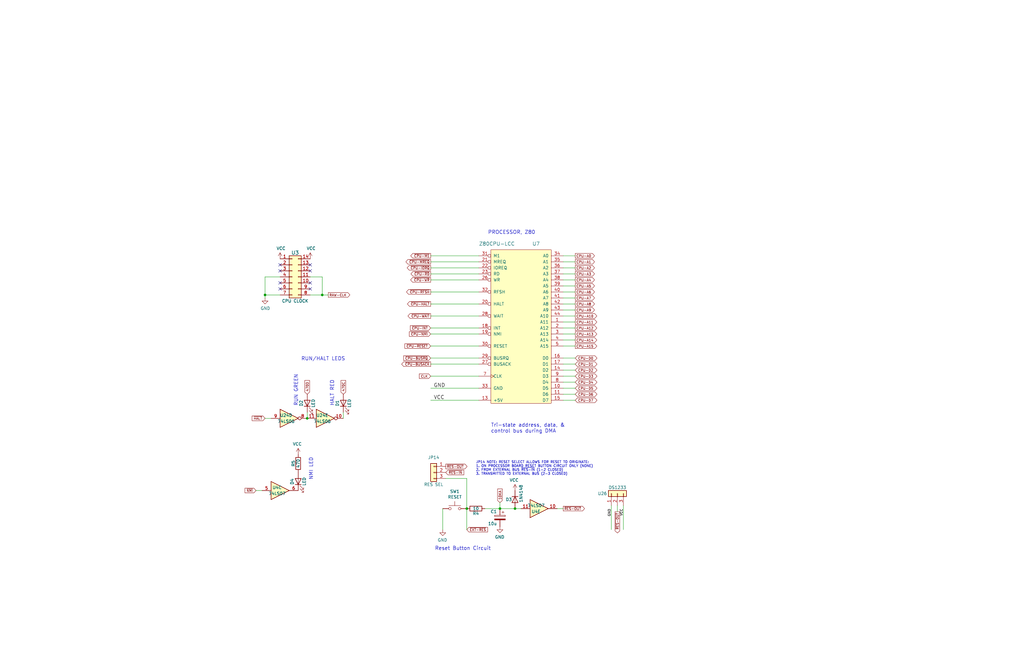
<source format=kicad_sch>
(kicad_sch (version 20211123) (generator eeschema)
  (paper "B")
  (lib_symbols
    (symbol "74xx:74LS06" (pin_names (offset 1.016))
      (property "Reference" "U" (at 0 1.27 0))
      (property "Value" "74LS06" (at 0 -1.27 0))
      (symbol "74LS06_1_0"
        (polyline (pts (xy -3.81 3.81) (xy -3.81 -3.81) (xy 3.81 0) (xy -3.81 3.81)) (stroke (width 0.254)) (fill (type background)))
        (pin input line (at -7.62 0 0) (length 3.81) (name "~") (number "1"))
        (pin open_collector inverted (at 7.62 0 180) (length 3.81) (name "~") (number "2"))
      )
      (symbol "74LS06_2_0"
        (polyline (pts (xy -3.81 3.81) (xy -3.81 -3.81) (xy 3.81 0) (xy -3.81 3.81)) (stroke (width 0.254)) (fill (type background)))
        (pin input line (at -7.62 0 0) (length 3.81) (name "~") (number "3"))
        (pin open_collector inverted (at 7.62 0 180) (length 3.81) (name "~") (number "4"))
      )
      (symbol "74LS06_3_0"
        (polyline (pts (xy -3.81 3.81) (xy -3.81 -3.81) (xy 3.81 0) (xy -3.81 3.81)) (stroke (width 0.254)) (fill (type background)))
        (pin input line (at -7.62 0 0) (length 3.81) (name "~") (number "5"))
        (pin open_collector inverted (at 7.62 0 180) (length 3.81) (name "~") (number "6"))
      )
      (symbol "74LS06_4_0"
        (polyline (pts (xy -3.81 3.81) (xy -3.81 -3.81) (xy 3.81 0) (xy -3.81 3.81)) (stroke (width 0.254)) (fill (type background)))
        (pin open_collector inverted (at 7.62 0 180) (length 3.81) (name "~") (number "8"))
        (pin input line (at -7.62 0 0) (length 3.81) (name "~") (number "9"))
      )
      (symbol "74LS06_5_0"
        (polyline (pts (xy -3.81 3.81) (xy -3.81 -3.81) (xy 3.81 0) (xy -3.81 3.81)) (stroke (width 0.254)) (fill (type background)))
        (pin open_collector inverted (at 7.62 0 180) (length 3.81) (name "~") (number "10"))
        (pin input line (at -7.62 0 0) (length 3.81) (name "~") (number "11"))
      )
      (symbol "74LS06_6_0"
        (polyline (pts (xy -3.81 3.81) (xy -3.81 -3.81) (xy 3.81 0) (xy -3.81 3.81)) (stroke (width 0.254)) (fill (type background)))
        (pin open_collector inverted (at 7.62 0 180) (length 3.81) (name "~") (number "12"))
        (pin input line (at -7.62 0 0) (length 3.81) (name "~") (number "13"))
      )
      (symbol "74LS06_7_0"
        (pin power_in line (at 0 12.7 270) (length 5.08) (name "VCC") (number "14"))
        (pin power_in line (at 0 -12.7 90) (length 5.08) (name "GND") (number "7"))
      )
      (symbol "74LS06_7_1"
        (rectangle (start -5.08 7.62) (end 5.08 -7.62) (stroke (width 0.254)) (fill (type background)))
      )
    )
    (symbol "74xx:74LS07" (pin_names (offset 1.016))
      (property "Reference" "U" (at 0 1.27 0))
      (property "Value" "74LS07" (at 0 -1.27 0))
      (symbol "74LS07_1_0"
        (polyline (pts (xy -3.81 3.81) (xy -3.81 -3.81) (xy 3.81 0) (xy -3.81 3.81)) (stroke (width 0.254)) (fill (type background)))
        (pin input line (at -7.62 0 0) (length 3.81) (name "~") (number "1"))
        (pin open_collector line (at 7.62 0 180) (length 3.81) (name "~") (number "2"))
      )
      (symbol "74LS07_2_0"
        (polyline (pts (xy -3.81 3.81) (xy -3.81 -3.81) (xy 3.81 0) (xy -3.81 3.81)) (stroke (width 0.254)) (fill (type background)))
        (pin input line (at -7.62 0 0) (length 3.81) (name "~") (number "3"))
        (pin open_collector line (at 7.62 0 180) (length 3.81) (name "~") (number "4"))
      )
      (symbol "74LS07_3_0"
        (polyline (pts (xy -3.81 3.81) (xy -3.81 -3.81) (xy 3.81 0) (xy -3.81 3.81)) (stroke (width 0.254)) (fill (type background)))
        (pin input line (at -7.62 0 0) (length 3.81) (name "~") (number "5"))
        (pin open_collector line (at 7.62 0 180) (length 3.81) (name "~") (number "6"))
      )
      (symbol "74LS07_4_0"
        (polyline (pts (xy -3.81 3.81) (xy -3.81 -3.81) (xy 3.81 0) (xy -3.81 3.81)) (stroke (width 0.254)) (fill (type background)))
        (pin open_collector line (at 7.62 0 180) (length 3.81) (name "~") (number "8"))
        (pin input line (at -7.62 0 0) (length 3.81) (name "~") (number "9"))
      )
      (symbol "74LS07_5_0"
        (polyline (pts (xy -3.81 3.81) (xy -3.81 -3.81) (xy 3.81 0) (xy -3.81 3.81)) (stroke (width 0.254)) (fill (type background)))
        (pin open_collector line (at 7.62 0 180) (length 3.81) (name "~") (number "10"))
        (pin input line (at -7.62 0 0) (length 3.81) (name "~") (number "11"))
      )
      (symbol "74LS07_6_0"
        (polyline (pts (xy -3.81 3.81) (xy -3.81 -3.81) (xy 3.81 0) (xy -3.81 3.81)) (stroke (width 0.254)) (fill (type background)))
        (pin open_collector line (at 7.62 0 180) (length 3.81) (name "~") (number "12"))
        (pin input line (at -7.62 0 0) (length 3.81) (name "~") (number "13"))
      )
      (symbol "74LS07_7_0"
        (pin power_in line (at 0 12.7 270) (length 5.08) (name "VCC") (number "14"))
        (pin power_in line (at 0 -12.7 90) (length 5.08) (name "GND") (number "7"))
      )
      (symbol "74LS07_7_1"
        (rectangle (start -5.08 7.62) (end 5.08 -7.62) (stroke (width 0.254)) (fill (type background)))
      )
    )
    (symbol "Connector_Generic:Conn_01x03" (pin_names (offset 1.016) hide)
      (property "Reference" "J" (at 0 5.08 0))
      (property "Value" "Conn_01x03" (at 0 -5.08 0))
      (symbol "Conn_01x03_1_1"
        (rectangle (start -1.27 -2.413) (end 0 -2.667) (stroke (width 0.1524)))
        (rectangle (start -1.27 0.127) (end 0 -0.127) (stroke (width 0.1524)))
        (rectangle (start -1.27 2.667) (end 0 2.413) (stroke (width 0.1524)))
        (rectangle (start -1.27 3.81) (end 1.27 -3.81) (stroke (width 0.254)) (fill (type background)))
        (pin passive line (at -5.08 2.54 0) (length 3.81) (name "Pin_1") (number "1"))
        (pin passive line (at -5.08 0 0) (length 3.81) (name "Pin_2") (number "2"))
        (pin passive line (at -5.08 -2.54 0) (length 3.81) (name "Pin_3") (number "3"))
      )
    )
    (symbol "Connector_Generic:Conn_02x07_Counter_Clockwise" (pin_names (offset 1.016) hide)
      (property "Reference" "J" (at 1.27 10.16 0))
      (property "Value" "Conn_02x07_Counter_Clockwise" (at 1.27 -10.16 0))
      (symbol "Conn_02x07_Counter_Clockwise_1_1"
        (rectangle (start -1.27 -7.493) (end 0 -7.747) (stroke (width 0.1524)))
        (rectangle (start -1.27 -4.953) (end 0 -5.207) (stroke (width 0.1524)))
        (rectangle (start -1.27 -2.413) (end 0 -2.667) (stroke (width 0.1524)))
        (rectangle (start -1.27 0.127) (end 0 -0.127) (stroke (width 0.1524)))
        (rectangle (start -1.27 2.667) (end 0 2.413) (stroke (width 0.1524)))
        (rectangle (start -1.27 5.207) (end 0 4.953) (stroke (width 0.1524)))
        (rectangle (start -1.27 7.747) (end 0 7.493) (stroke (width 0.1524)))
        (rectangle (start -1.27 8.89) (end 3.81 -8.89) (stroke (width 0.254)) (fill (type background)))
        (rectangle (start 3.81 -7.493) (end 2.54 -7.747) (stroke (width 0.1524)))
        (rectangle (start 3.81 -4.953) (end 2.54 -5.207) (stroke (width 0.1524)))
        (rectangle (start 3.81 -2.413) (end 2.54 -2.667) (stroke (width 0.1524)))
        (rectangle (start 3.81 0.127) (end 2.54 -0.127) (stroke (width 0.1524)))
        (rectangle (start 3.81 2.667) (end 2.54 2.413) (stroke (width 0.1524)))
        (rectangle (start 3.81 5.207) (end 2.54 4.953) (stroke (width 0.1524)))
        (rectangle (start 3.81 7.747) (end 2.54 7.493) (stroke (width 0.1524)))
        (pin passive line (at -5.08 7.62 0) (length 3.81) (name "Pin_1") (number "1"))
        (pin passive line (at 7.62 -2.54 180) (length 3.81) (name "Pin_10") (number "10"))
        (pin passive line (at 7.62 0 180) (length 3.81) (name "Pin_11") (number "11"))
        (pin passive line (at 7.62 2.54 180) (length 3.81) (name "Pin_12") (number "12"))
        (pin passive line (at 7.62 5.08 180) (length 3.81) (name "Pin_13") (number "13"))
        (pin passive line (at 7.62 7.62 180) (length 3.81) (name "Pin_14") (number "14"))
        (pin passive line (at -5.08 5.08 0) (length 3.81) (name "Pin_2") (number "2"))
        (pin passive line (at -5.08 2.54 0) (length 3.81) (name "Pin_3") (number "3"))
        (pin passive line (at -5.08 0 0) (length 3.81) (name "Pin_4") (number "4"))
        (pin passive line (at -5.08 -2.54 0) (length 3.81) (name "Pin_5") (number "5"))
        (pin passive line (at -5.08 -5.08 0) (length 3.81) (name "Pin_6") (number "6"))
        (pin passive line (at -5.08 -7.62 0) (length 3.81) (name "Pin_7") (number "7"))
        (pin passive line (at 7.62 -7.62 180) (length 3.81) (name "Pin_8") (number "8"))
        (pin passive line (at 7.62 -5.08 180) (length 3.81) (name "Pin_9") (number "9"))
      )
    )
    (symbol "Device:C_Polarized" (pin_numbers hide) (pin_names (offset 0.254))
      (property "Reference" "C" (at 0.635 2.54 0))
      (property "Value" "C_Polarized" (at 0.635 -2.54 0))
      (symbol "C_Polarized_0_1"
        (rectangle (start -2.286 0.508) (end 2.286 1.016))
        (polyline (pts (xy -1.778 2.286) (xy -0.762 2.286)))
        (polyline (pts (xy -1.27 2.794) (xy -1.27 1.778)))
        (rectangle (start 2.286 -0.508) (end -2.286 -1.016) (fill (type outline)))
      )
      (symbol "C_Polarized_1_1"
        (pin passive line (at 0 3.81 270) (length 2.794) (name "~") (number "1"))
        (pin passive line (at 0 -3.81 90) (length 2.794) (name "~") (number "2"))
      )
    )
    (symbol "Device:LED" (pin_numbers hide) (pin_names (offset 1.016) hide)
      (property "Reference" "D" (at 0 2.54 0))
      (property "Value" "LED" (at 0 -2.54 0))
      (symbol "LED_0_1"
        (polyline (pts (xy -1.27 -1.27) (xy -1.27 1.27)) (stroke (width 0.254)))
        (polyline (pts (xy -1.27 0) (xy 1.27 0)))
        (polyline (pts (xy 1.27 -1.27) (xy 1.27 1.27) (xy -1.27 0) (xy 1.27 -1.27)) (stroke (width 0.254)))
        (polyline (pts (xy -3.048 -0.762) (xy -4.572 -2.286) (xy -3.81 -2.286) (xy -4.572 -2.286) (xy -4.572 -1.524)))
        (polyline (pts (xy -1.778 -0.762) (xy -3.302 -2.286) (xy -2.54 -2.286) (xy -3.302 -2.286) (xy -3.302 -1.524)))
      )
      (symbol "LED_1_1"
        (pin passive line (at -3.81 0 0) (length 2.54) (name "K") (number "1"))
        (pin passive line (at 3.81 0 180) (length 2.54) (name "A") (number "2"))
      )
    )
    (symbol "Device:R" (pin_numbers hide) (pin_names (offset 0))
      (property "Reference" "R" (at 2.032 0 90))
      (property "Value" "R" (at 0 0 90))
      (symbol "R_0_1"
        (rectangle (start -1.016 -2.54) (end 1.016 2.54) (stroke (width 0.254)))
      )
      (symbol "R_1_1"
        (pin passive line (at 0 3.81 270) (length 1.27) (name "~") (number "1"))
        (pin passive line (at 0 -3.81 90) (length 1.27) (name "~") (number "2"))
      )
    )
    (symbol "Diode:1N4148" (pin_numbers hide) (pin_names hide)
      (property "Reference" "D" (at 0 2.54 0))
      (property "Value" "1N4148" (at 0 -2.54 0))
      (symbol "1N4148_0_1"
        (polyline (pts (xy -1.27 1.27) (xy -1.27 -1.27)) (stroke (width 0.254)))
        (polyline (pts (xy 1.27 0) (xy -1.27 0)))
        (polyline (pts (xy 1.27 1.27) (xy 1.27 -1.27) (xy -1.27 0) (xy 1.27 1.27)) (stroke (width 0.254)))
      )
      (symbol "1N4148_1_1"
        (pin passive line (at -3.81 0 0) (length 2.54) (name "K") (number "1"))
        (pin passive line (at 3.81 0 180) (length 2.54) (name "A") (number "2"))
      )
    )
    (symbol "Switch:SW_Push" (pin_numbers hide) (pin_names (offset 1.016) hide)
      (property "Reference" "SW" (at 1.27 2.54 0))
      (property "Value" "SW_Push" (at 0 -1.524 0))
      (symbol "SW_Push_0_1"
        (circle (center -2.032 0) (radius 0.508))
        (polyline (pts (xy 0 1.27) (xy 0 3.048)))
        (polyline (pts (xy 2.54 1.27) (xy -2.54 1.27)))
        (circle (center 2.032 0) (radius 0.508))
        (pin passive line (at -5.08 0 0) (length 2.54) (name "1") (number "1"))
        (pin passive line (at 5.08 0 180) (length 2.54) (name "2") (number "2"))
      )
    )
    (symbol "Zilog_z80:Z80CPU-LCC" (pin_names (offset 1.016))
      (property "Reference" "IC" (at 0 1.27 0))
      (property "Value" "Z80CPU-LCC" (at 12.7 1.27 0))
      (symbol "Z80CPU-LCC_0_0"
        (pin no_connect line (at 11.43 -67.31 90) (length 2.54) hide (name "NC") (number "12"))
        (pin no_connect line (at 13.97 -67.31 90) (length 2.54) hide (name "NC") (number "24"))
        (pin no_connect line (at 16.51 -67.31 90) (length 2.54) hide (name "NC") (number "25"))
        (pin output line (at 30.48 -20.32 180) (length 5.08) (name "A7") (number "41"))
        (pin output line (at 30.48 -22.86 180) (length 5.08) (name "A8") (number "42"))
        (pin output line (at 30.48 -25.4 180) (length 5.08) (name "A9") (number "43"))
        (pin output line (at 30.48 -27.94 180) (length 5.08) (name "A10") (number "44"))
        (pin no_connect line (at 8.89 -67.31 90) (length 2.54) hide (name "NC") (number "6"))
      )
      (symbol "Z80CPU-LCC_1_0"
        (rectangle (start -1.27 -50.8) (end -1.27 -50.8))
        (rectangle (start 0 0) (end 25.4 -64.77) (fill (type background)))
        (pin output line (at 30.48 -30.48 180) (length 5.08) (name "A11") (number "1"))
        (pin bidirectional line (at 30.48 -58.42 180) (length 5.08) (name "D5") (number "10"))
        (pin bidirectional line (at 30.48 -60.96 180) (length 5.08) (name "D6") (number "11"))
        (pin power_in line (at -5.08 -63.5 0) (length 5.08) (name "+5V") (number "13"))
        (pin bidirectional line (at 30.48 -50.8 180) (length 5.08) (name "D2") (number "14"))
        (pin bidirectional line (at 30.48 -63.5 180) (length 5.08) (name "D7") (number "15"))
        (pin bidirectional line (at 30.48 -45.72 180) (length 5.08) (name "D0") (number "16"))
        (pin bidirectional line (at 30.48 -48.26 180) (length 5.08) (name "D1") (number "17"))
        (pin input inverted (at -5.08 -33.02 0) (length 5.08) (name "INT") (number "18"))
        (pin input inverted (at -5.08 -35.56 0) (length 5.08) (name "NMI") (number "19"))
        (pin output line (at 30.48 -33.02 180) (length 5.08) (name "A12") (number "2"))
        (pin output inverted (at -5.08 -22.86 0) (length 5.08) (name "HALT") (number "20"))
        (pin output inverted (at -5.08 -5.08 0) (length 5.08) (name "MREQ") (number "21"))
        (pin output inverted (at -5.08 -7.62 0) (length 5.08) (name "IOREQ") (number "22"))
        (pin output inverted (at -5.08 -10.16 0) (length 5.08) (name "RD") (number "23"))
        (pin output inverted (at -5.08 -12.7 0) (length 5.08) (name "WR") (number "26"))
        (pin output inverted (at -5.08 -48.26 0) (length 5.08) (name "BUSACK") (number "27"))
        (pin input inverted (at -5.08 -27.94 0) (length 5.08) (name "WAIT") (number "28"))
        (pin input inverted (at -5.08 -45.72 0) (length 5.08) (name "BUSRQ") (number "29"))
        (pin output line (at 30.48 -35.56 180) (length 5.08) (name "A13") (number "3"))
        (pin input inverted (at -5.08 -40.64 0) (length 5.08) (name "RESET") (number "30"))
        (pin output inverted (at -5.08 -2.54 0) (length 5.08) (name "M1") (number "31"))
        (pin output inverted (at -5.08 -17.78 0) (length 5.08) (name "RFSH") (number "32"))
        (pin power_in line (at -5.08 -58.42 0) (length 5.08) (name "GND") (number "33"))
        (pin output line (at 30.48 -2.54 180) (length 5.08) (name "A0") (number "34"))
        (pin output line (at 30.48 -5.08 180) (length 5.08) (name "A1") (number "35"))
        (pin output line (at 30.48 -7.62 180) (length 5.08) (name "A2") (number "36"))
        (pin output line (at 30.48 -10.16 180) (length 5.08) (name "A3") (number "37"))
        (pin output line (at 30.48 -12.7 180) (length 5.08) (name "A4") (number "38"))
        (pin output line (at 30.48 -15.24 180) (length 5.08) (name "A5") (number "39"))
        (pin output line (at 30.48 -38.1 180) (length 5.08) (name "A14") (number "4"))
        (pin output line (at 30.48 -17.78 180) (length 5.08) (name "A6") (number "40"))
        (pin output line (at 30.48 -40.64 180) (length 5.08) (name "A15") (number "5"))
        (pin input clock (at -5.08 -53.34 0) (length 5.08) (name "CLK") (number "7"))
        (pin bidirectional line (at 30.48 -55.88 180) (length 5.08) (name "D4") (number "8"))
        (pin bidirectional line (at 30.48 -53.34 180) (length 5.08) (name "D3") (number "9"))
      )
    )
    (symbol "power:GND" (power) (pin_names (offset 0))
      (property "Value" "GND" (at 0 -3.81 0))
      (symbol "GND_0_1"
        (polyline (pts (xy 0 0) (xy 0 -1.27) (xy 1.27 -1.27) (xy 0 -2.54) (xy -1.27 -1.27) (xy 0 -1.27)))
      )
      (symbol "GND_1_1"
        (pin power_in line (at 0 0 270) (length 0) hide (name "GND") (number "1"))
      )
    )
    (symbol "power:VCC" (power) (pin_names (offset 0))
      (property "Value" "VCC" (at 0 3.81 0))
      (symbol "VCC_0_1"
        (polyline (pts (xy -0.762 1.27) (xy 0 2.54)))
        (polyline (pts (xy 0 0) (xy 0 2.54)))
        (polyline (pts (xy 0 2.54) (xy 0.762 1.27)))
      )
      (symbol "VCC_1_1"
        (pin power_in line (at 0 0 90) (length 0) hide (name "VCC") (number "1"))
      )
    )
  )
  (junction (at 196.85 214.63))
  (junction (at 210.82 214.63))
  (junction (at 129.54 176.53))
  (junction (at 135.89 124.46))
  (junction (at 111.76 124.46))
  (junction (at 217.17 214.63))
  (no_connect (at 118.11 119.38))
  (no_connect (at 118.11 111.76))
  (no_connect (at 130.81 111.76))
  (no_connect (at 130.81 121.92))
  (no_connect (at 118.11 121.92))
  (no_connect (at 130.81 114.3))
  (no_connect (at 130.81 119.38))
  (no_connect (at 118.11 114.3))
  (wire (pts (xy 181.61 153.67) (xy 201.93 153.67)))
  (wire (pts (xy 181.61 140.97) (xy 201.93 140.97)))
  (wire (pts (xy 237.49 118.11) (xy 242.57 118.11)))
  (wire (pts (xy 111.76 176.53) (xy 114.3 176.53)))
  (wire (pts (xy 144.78 173.99) (xy 144.78 176.53)))
  (wire (pts (xy 237.49 130.81) (xy 242.57 130.81)))
  (wire (pts (xy 237.49 113.03) (xy 242.57 113.03)))
  (wire (pts (xy 237.49 153.67) (xy 242.57 153.67)))
  (wire (pts (xy 237.49 151.13) (xy 242.57 151.13)))
  (wire (pts (xy 111.76 125.73) (xy 111.76 124.46)))
  (wire (pts (xy 237.49 156.21) (xy 242.57 156.21)))
  (wire (pts (xy 237.49 110.49) (xy 242.57 110.49)))
  (wire (pts (xy 237.49 115.57) (xy 242.57 115.57)))
  (wire (pts (xy 110.49 207.01) (xy 107.95 207.01)))
  (wire (pts (xy 181.61 163.83) (xy 201.93 163.83)))
  (wire (pts (xy 260.35 215.9) (xy 260.35 213.36)))
  (wire (pts (xy 237.49 161.29) (xy 242.57 161.29)))
  (wire (pts (xy 237.49 123.19) (xy 242.57 123.19)))
  (wire (pts (xy 237.49 128.27) (xy 242.57 128.27)))
  (wire (pts (xy 257.81 213.36) (xy 257.81 223.52)))
  (wire (pts (xy 129.54 173.99) (xy 129.54 176.53)))
  (wire (pts (xy 196.85 214.63) (xy 196.85 223.52)))
  (wire (pts (xy 237.49 135.89) (xy 242.57 135.89)))
  (wire (pts (xy 201.93 128.27) (xy 181.61 128.27)))
  (wire (pts (xy 237.49 158.75) (xy 242.57 158.75)))
  (wire (pts (xy 118.11 116.84) (xy 111.76 116.84)))
  (wire (pts (xy 201.93 107.95) (xy 181.61 107.95)))
  (wire (pts (xy 210.82 214.63) (xy 204.47 214.63)))
  (wire (pts (xy 196.85 201.93) (xy 196.85 214.63)))
  (wire (pts (xy 135.89 124.46) (xy 138.43 124.46)))
  (wire (pts (xy 181.61 151.13) (xy 201.93 151.13)))
  (wire (pts (xy 237.49 125.73) (xy 242.57 125.73)))
  (wire (pts (xy 210.82 214.63) (xy 210.82 212.09)))
  (wire (pts (xy 111.76 124.46) (xy 118.11 124.46)))
  (wire (pts (xy 237.49 146.05) (xy 242.57 146.05)))
  (wire (pts (xy 181.61 133.35) (xy 201.93 133.35)))
  (wire (pts (xy 181.61 158.75) (xy 201.93 158.75)))
  (wire (pts (xy 181.61 146.05) (xy 201.93 146.05)))
  (wire (pts (xy 237.49 143.51) (xy 242.57 143.51)))
  (wire (pts (xy 217.17 214.63) (xy 210.82 214.63)))
  (wire (pts (xy 237.49 214.63) (xy 234.95 214.63)))
  (wire (pts (xy 181.61 118.11) (xy 201.93 118.11)))
  (wire (pts (xy 196.85 201.93) (xy 187.96 201.93)))
  (wire (pts (xy 181.61 168.91) (xy 201.93 168.91)))
  (wire (pts (xy 262.89 213.36) (xy 262.89 223.52)))
  (wire (pts (xy 181.61 115.57) (xy 201.93 115.57)))
  (wire (pts (xy 135.89 116.84) (xy 135.89 124.46)))
  (wire (pts (xy 201.93 123.19) (xy 181.61 123.19)))
  (wire (pts (xy 186.69 214.63) (xy 186.69 223.52)))
  (wire (pts (xy 111.76 116.84) (xy 111.76 124.46)))
  (wire (pts (xy 181.61 138.43) (xy 201.93 138.43)))
  (wire (pts (xy 237.49 133.35) (xy 242.57 133.35)))
  (wire (pts (xy 135.89 124.46) (xy 130.81 124.46)))
  (wire (pts (xy 237.49 138.43) (xy 242.57 138.43)))
  (wire (pts (xy 237.49 166.37) (xy 242.57 166.37)))
  (wire (pts (xy 237.49 163.83) (xy 242.57 163.83)))
  (wire (pts (xy 181.61 110.49) (xy 201.93 110.49)))
  (wire (pts (xy 130.81 116.84) (xy 135.89 116.84)))
  (wire (pts (xy 237.49 107.95) (xy 242.57 107.95)))
  (wire (pts (xy 237.49 120.65) (xy 242.57 120.65)))
  (wire (pts (xy 237.49 168.91) (xy 242.57 168.91)))
  (wire (pts (xy 201.93 113.03) (xy 181.61 113.03)))
  (wire (pts (xy 237.49 140.97) (xy 242.57 140.97)))
  (wire (pts (xy 219.71 214.63) (xy 217.17 214.63)))
  (text "RUN GREEN" (at 125.73 171.45 90) (effects (font (size 1.524 1.524)) (justify left bottom)))
  (text "JP14 NOTE: RESET SELECT ALLOWS FOR RESET TO ORIGINATE:\n1. ON PROCESSOR BOARD RESET BUTTON CIRCUIT ONLY (NONE)\n2. FROM EXTERNAL BUS ~{RES-IN} (1-2 CLOSED)\n3. TRANSMITTED TO EXTERNAL BUS (2-3 CLOSED)" (at 200.66 200.66 0) (effects (font (size 1.016 1.016)) (justify left bottom)))
  (text "HALT RED" (at 140.97 171.45 90) (effects (font (size 1.524 1.524)) (justify left bottom)))
  (text "Reset Button Circuit" (at 207.01 232.41 180) (effects (font (size 1.524 1.524)) (justify right bottom)))
  (text "NMI LED" (at 132.08 193.04 270) (effects (font (size 1.524 1.524)) (justify right bottom)))
  (text "PROCESSOR, Z80" (at 205.74 99.06 0) (effects (font (size 1.524 1.524)) (justify left bottom)))
  (text "Tri-state address, data, & \ncontrol bus during DMA" (at 207.01 182.88 0) (effects (font (size 1.524 1.524)) (justify left bottom)))
  (text "RUN/HALT LEDS" (at 127 152.4 0) (effects (font (size 1.524 1.524)) (justify left bottom)))
  (label "VCC" (at 262.89 214.63 270) (effects (font (size 1.016 1.016))))
  (label "GND" (at 182.88 163.83 0) (effects (font (size 1.524 1.524))))
  (label "VCC" (at 182.88 168.91 0) (effects (font (size 1.524 1.524))))
  (label "GND" (at 257.81 214.63 270) (effects (font (size 1.016 1.016))))
  (global_label "CPU-D5" (shape bidirectional) (at 242.57 163.83 0) (effects (font (size 1.016 1.016))) (property "Intersheet References" "${INTERSHEET_REFS}" (effects hide)))
  (global_label "10KA" (shape input) (at 210.82 212.09 90) (effects (font (size 1.016 1.016))) (property "Intersheet References" "${INTERSHEET_REFS}" (effects hide)))
  (global_label "~{CPU-BUSRQ}" (shape input) (at 181.61 151.13 180) (effects (font (size 1.016 1.016))) (property "Intersheet References" "${INTERSHEET_REFS}" (effects hide)))
  (global_label "~{RES-OUT}" (shape output) (at 260.35 215.9 270) (effects (font (size 1.016 1.016))) (property "Intersheet References" "${INTERSHEET_REFS}" (effects hide)))
  (global_label "CPU-A10" (shape output) (at 242.57 133.35 0) (effects (font (size 1.016 1.016))) (property "Intersheet References" "${INTERSHEET_REFS}" (effects hide)))
  (global_label "CPU-A15" (shape output) (at 242.57 146.05 0) (effects (font (size 1.016 1.016))) (property "Intersheet References" "${INTERSHEET_REFS}" (effects hide)))
  (global_label "~{CPU-BUSACK}" (shape output) (at 181.61 153.67 180) (effects (font (size 1.016 1.016))) (property "Intersheet References" "${INTERSHEET_REFS}" (effects hide)))
  (global_label "CPU-A2" (shape output) (at 242.57 113.03 0) (effects (font (size 1.016 1.016))) (property "Intersheet References" "${INTERSHEET_REFS}" (effects hide)))
  (global_label "CPU-A14" (shape output) (at 242.57 143.51 0) (effects (font (size 1.016 1.016))) (property "Intersheet References" "${INTERSHEET_REFS}" (effects hide)))
  (global_label "~{CPU-M1}" (shape output) (at 181.61 107.95 180) (effects (font (size 1.016 1.016))) (property "Intersheet References" "${INTERSHEET_REFS}" (effects hide)))
  (global_label "~{CPU-IORQ}" (shape output) (at 181.61 113.03 180) (effects (font (size 1.016 1.016))) (property "Intersheet References" "${INTERSHEET_REFS}" (effects hide)))
  (global_label "~{HALT}" (shape input) (at 111.76 176.53 180) (effects (font (size 1.016 1.016))) (property "Intersheet References" "${INTERSHEET_REFS}" (effects hide)))
  (global_label "CPU-A11" (shape output) (at 242.57 135.89 0) (effects (font (size 1.016 1.016))) (property "Intersheet References" "${INTERSHEET_REFS}" (effects hide)))
  (global_label "~{CPU-MREQ}" (shape output) (at 181.61 110.49 180) (effects (font (size 1.016 1.016))) (property "Intersheet References" "${INTERSHEET_REFS}" (effects hide)))
  (global_label "~{RES-OUT}" (shape output) (at 237.49 214.63 0) (effects (font (size 1.016 1.016))) (property "Intersheet References" "${INTERSHEET_REFS}" (effects hide)))
  (global_label "CPU-A9" (shape output) (at 242.57 130.81 0) (effects (font (size 1.016 1.016))) (property "Intersheet References" "${INTERSHEET_REFS}" (effects hide)))
  (global_label "CPU-A0" (shape output) (at 242.57 107.95 0) (effects (font (size 1.016 1.016))) (property "Intersheet References" "${INTERSHEET_REFS}" (effects hide)))
  (global_label "CPU-A7" (shape output) (at 242.57 125.73 0) (effects (font (size 1.016 1.016))) (property "Intersheet References" "${INTERSHEET_REFS}" (effects hide)))
  (global_label "~{CPU-RFSH}" (shape output) (at 181.61 123.19 180) (effects (font (size 1.016 1.016))) (property "Intersheet References" "${INTERSHEET_REFS}" (effects hide)))
  (global_label "~{CPU-WR}" (shape output) (at 181.61 118.11 180) (effects (font (size 1.016 1.016))) (property "Intersheet References" "${INTERSHEET_REFS}" (effects hide)))
  (global_label "CPU-A6" (shape output) (at 242.57 123.19 0) (effects (font (size 1.016 1.016))) (property "Intersheet References" "${INTERSHEET_REFS}" (effects hide)))
  (global_label "CPU-D2" (shape bidirectional) (at 242.57 156.21 0) (effects (font (size 1.016 1.016))) (property "Intersheet References" "${INTERSHEET_REFS}" (effects hide)))
  (global_label "~{CPU-INT}" (shape input) (at 181.61 138.43 180) (effects (font (size 1.016 1.016))) (property "Intersheet References" "${INTERSHEET_REFS}" (effects hide)))
  (global_label "~{CPU-RESET}" (shape input) (at 181.61 146.05 180) (effects (font (size 1.016 1.016))) (property "Intersheet References" "${INTERSHEET_REFS}" (effects hide)))
  (global_label "CPU-A8" (shape output) (at 242.57 128.27 0) (effects (font (size 1.016 1.016))) (property "Intersheet References" "${INTERSHEET_REFS}" (effects hide)))
  (global_label "~{RES-IN}" (shape input) (at 187.96 199.39 0) (effects (font (size 1.016 1.016))) (property "Intersheet References" "${INTERSHEET_REFS}" (effects hide)))
  (global_label "CPU-A4" (shape output) (at 242.57 118.11 0) (effects (font (size 1.016 1.016))) (property "Intersheet References" "${INTERSHEET_REFS}" (effects hide)))
  (global_label "~{NMI}" (shape input) (at 107.95 207.01 180) (effects (font (size 1.016 1.016))) (property "Intersheet References" "${INTERSHEET_REFS}" (effects hide)))
  (global_label "~{CPU-RD}" (shape output) (at 181.61 115.57 180) (effects (font (size 1.016 1.016))) (property "Intersheet References" "${INTERSHEET_REFS}" (effects hide)))
  (global_label "470D" (shape input) (at 129.54 166.37 90) (effects (font (size 1.016 1.016))) (property "Intersheet References" "${INTERSHEET_REFS}" (effects hide)))
  (global_label "CPU-A13" (shape output) (at 242.57 140.97 0) (effects (font (size 1.016 1.016))) (property "Intersheet References" "${INTERSHEET_REFS}" (effects hide)))
  (global_label "~{RES-OUT}" (shape output) (at 187.96 196.85 0) (effects (font (size 1.016 1.016))) (property "Intersheet References" "${INTERSHEET_REFS}" (effects hide)))
  (global_label "CPU-D4" (shape bidirectional) (at 242.57 161.29 0) (effects (font (size 1.016 1.016))) (property "Intersheet References" "${INTERSHEET_REFS}" (effects hide)))
  (global_label "CPU-A3" (shape output) (at 242.57 115.57 0) (effects (font (size 1.016 1.016))) (property "Intersheet References" "${INTERSHEET_REFS}" (effects hide)))
  (global_label "~{CPU-HALT}" (shape output) (at 181.61 128.27 180) (effects (font (size 1.016 1.016))) (property "Intersheet References" "${INTERSHEET_REFS}" (effects hide)))
  (global_label "CPU-D1" (shape bidirectional) (at 242.57 153.67 0) (effects (font (size 1.016 1.016))) (property "Intersheet References" "${INTERSHEET_REFS}" (effects hide)))
  (global_label "CPU-A5" (shape output) (at 242.57 120.65 0) (effects (font (size 1.016 1.016))) (property "Intersheet References" "${INTERSHEET_REFS}" (effects hide)))
  (global_label "~{EXT-RES}" (shape input) (at 196.85 223.52 0) (effects (font (size 1.016 1.016))) (property "Intersheet References" "${INTERSHEET_REFS}" (effects hide)))
  (global_label "CPU-D7" (shape bidirectional) (at 242.57 168.91 0) (effects (font (size 1.016 1.016))) (property "Intersheet References" "${INTERSHEET_REFS}" (effects hide)))
  (global_label "CPU-D0" (shape bidirectional) (at 242.57 151.13 0) (effects (font (size 1.016 1.016))) (property "Intersheet References" "${INTERSHEET_REFS}" (effects hide)))
  (global_label "~{CPU-WAIT}" (shape output) (at 181.61 133.35 180) (effects (font (size 1.016 1.016))) (property "Intersheet References" "${INTERSHEET_REFS}" (effects hide)))
  (global_label "RAW-CLK" (shape output) (at 138.43 124.46 0) (effects (font (size 1.016 1.016))) (property "Intersheet References" "${INTERSHEET_REFS}" (effects hide)))
  (global_label "CLK" (shape input) (at 181.61 158.75 180) (effects (font (size 1.016 1.016))) (property "Intersheet References" "${INTERSHEET_REFS}" (effects hide)))
  (global_label "CPU-A1" (shape output) (at 242.57 110.49 0) (effects (font (size 1.016 1.016))) (property "Intersheet References" "${INTERSHEET_REFS}" (effects hide)))
  (global_label "~{CPU-NMI}" (shape input) (at 181.61 140.97 180) (effects (font (size 1.016 1.016))) (property "Intersheet References" "${INTERSHEET_REFS}" (effects hide)))
  (global_label "CPU-D3" (shape bidirectional) (at 242.57 158.75 0) (effects (font (size 1.016 1.016))) (property "Intersheet References" "${INTERSHEET_REFS}" (effects hide)))
  (global_label "470C" (shape input) (at 144.78 166.37 90) (effects (font (size 1.016 1.016))) (property "Intersheet References" "${INTERSHEET_REFS}" (effects hide)))
  (global_label "CPU-A12" (shape output) (at 242.57 138.43 0) (effects (font (size 1.016 1.016))) (property "Intersheet References" "${INTERSHEET_REFS}" (effects hide)))
  (global_label "CPU-D6" (shape bidirectional) (at 242.57 166.37 0) (effects (font (size 1.016 1.016))) (property "Intersheet References" "${INTERSHEET_REFS}" (effects hide)))
  (symbol (lib_id "Connector_Generic:Conn_02x07_Counter_Clockwise") (at 123.19 116.84 0) (unit 1)
    (property "Reference" "U3" (at 124.46 106.68 0) (effects (font (size 1.524 1.524))))
    (property "Value" "CPU CLOCK" (at 124.46 127 0))
    (property "Footprint" "Package_DIP:DIP-14_W7.62mm" (effects hide))
  )
  (symbol (lib_id "power:GND") (at 111.76 125.73 0) (unit 1)
    (property "Reference" "#PWR0148" (effects hide))
    (property "Value" "GND" (at 111.887 130.1242 0))
  )
  (symbol (lib_id "power:VCC") (at 118.11 109.22 0) (unit 1)
    (property "Reference" "#PWR0149" (effects hide))
    (property "Value" "VCC" (at 118.491 104.8258 0))
  )
  (symbol (lib_id "power:VCC") (at 130.81 109.22 0) (unit 1)
    (property "Reference" "#PWR0150" (effects hide))
    (property "Value" "VCC" (at 131.191 104.8258 0))
  )
  (symbol (lib_id "Zilog_z80:Z80CPU-LCC") (at 207.01 105.41 0) (unit 1)
    (property "Reference" "U7" (at 226.06 102.87 0) (effects (font (size 1.4986 1.4986))))
    (property "Value" "Z80CPU-LCC" (at 209.55 102.87 0) (effects (font (size 1.4986 1.4986))))
    (property "Footprint" "Package_LCC:PLCC-44_THT-Socket" (effects hide))
    (property "Datasheet" "https://www.mouser.co.uk/datasheet/2/450/ps0178-19386.pdf" (effects hide))
    (property "Manufacturer_Name" "Zilog" (effects hide))
    (property "Manufacturer_Part_Number" "Z84C00" (effects hide))
  )
  (symbol (lib_id "74xx:74LS07") (at 118.11 207.01 0) (unit 3)
    (property "Reference" "U4" (at 116.84 205.74 0))
    (property "Value" "74LS07" (at 116.84 208.28 0))
    (property "Footprint" "Package_DIP:DIP-14_W7.62mm" (effects hide))
    (property "Datasheet" "www.ti.com/lit/ds/symlink/sn74ls07.pdf" (effects hide))
  )
  (symbol (lib_id "Device:R") (at 125.73 195.58 180) (unit 1)
    (property "Reference" "R5" (at 123.698 195.58 90))
    (property "Value" "470" (at 125.73 195.58 90))
    (property "Footprint" "Resistor_THT:R_Axial_DIN0207_L6.3mm_D2.5mm_P7.62mm_Horizontal" (effects hide))
  )
  (symbol (lib_id "Device:LED") (at 125.73 203.2 90) (unit 1)
    (property "Reference" "D4" (at 123.19 203.2 0))
    (property "Value" "LED" (at 128.27 203.2 0))
    (property "Footprint" "LED_THT:LED_D3.0mm_Horizontal_O3.81mm_Z2.0mm" (effects hide))
  )
  (symbol (lib_id "Device:LED") (at 129.54 170.18 90) (unit 1)
    (property "Reference" "D2" (at 127 170.18 0))
    (property "Value" "LED" (at 132.08 170.18 0))
    (property "Footprint" "LED_THT:LED_D3.0mm_Horizontal_O3.81mm_Z2.0mm" (effects hide))
  )
  (symbol (lib_id "Device:LED") (at 144.78 170.18 90) (unit 1)
    (property "Reference" "D1" (at 142.24 170.18 0))
    (property "Value" "LED" (at 147.32 170.18 0))
    (property "Footprint" "LED_THT:LED_D3.0mm_Horizontal_O3.81mm_Z2.0mm" (effects hide))
  )
  (symbol (lib_id "power:VCC") (at 125.73 191.77 0) (mirror y) (unit 1)
    (property "Reference" "#PWR0154" (effects hide))
    (property "Value" "VCC" (at 125.349 187.3758 0))
  )
  (symbol (lib_id "74xx:74LS06") (at 137.16 176.53 0) (unit 5)
    (property "Reference" "U24" (at 135.89 175.26 0))
    (property "Value" "74LS06" (at 135.89 177.8 0))
    (property "Datasheet" "http://www.ti.com/lit/gpn/sn74LS06" (effects hide))
  )
  (symbol (lib_id "74xx:74LS06") (at 121.92 176.53 0) (unit 4)
    (property "Reference" "U24" (at 120.65 175.26 0))
    (property "Value" "74LS06" (at 120.65 177.8 0))
    (property "Datasheet" "http://www.ti.com/lit/gpn/sn74LS06" (effects hide))
  )
  (symbol (lib_id "74xx:74LS07") (at 227.33 214.63 0) (mirror x) (unit 5)
    (property "Reference" "U4" (at 226.06 215.9 0))
    (property "Value" "74LS07" (at 226.06 213.36 0))
    (property "Footprint" "Package_DIP:DIP-14_W7.62mm" (effects hide))
    (property "Datasheet" "www.ti.com/lit/ds/symlink/sn74ls07.pdf" (effects hide))
  )
  (symbol (lib_id "Device:R") (at 200.66 214.63 90) (mirror x) (unit 1)
    (property "Reference" "R4" (at 200.66 216.662 90))
    (property "Value" "10" (at 200.66 214.63 90))
    (property "Footprint" "Resistor_THT:R_Axial_DIN0207_L6.3mm_D2.5mm_P7.62mm_Horizontal" (effects hide))
  )
  (symbol (lib_id "Device:C_Polarized") (at 210.82 218.44 0) (mirror y) (unit 1)
    (property "Reference" "C1" (at 209.55 215.9 0) (effects (justify left)))
    (property "Value" "10u" (at 209.55 220.98 0) (effects (justify left)))
    (property "Footprint" "Capacitor_THT:CP_Radial_D5.0mm_P2.50mm" (effects hide))
  )
  (symbol (lib_id "Diode:1N4148") (at 217.17 210.82 90) (mirror x) (unit 1)
    (property "Reference" "D3" (at 215.9 210.82 90) (effects (justify left)))
    (property "Value" "1N4148" (at 219.71 204.47 0) (effects (justify left)))
    (property "Footprint" "Diode_THT:D_DO-35_SOD27_P7.62mm_Horizontal" (effects hide))
    (property "Datasheet" "https://assets.nexperia.com/documents/data-sheet/1N4148_1N4448.pdf" (effects hide))
  )
  (symbol (lib_id "power:GND") (at 210.82 222.25 0) (mirror y) (unit 1)
    (property "Reference" "#PWR0156" (effects hide))
    (property "Value" "GND" (at 210.693 226.6442 0))
  )
  (symbol (lib_id "power:VCC") (at 217.17 207.01 0) (mirror y) (unit 1)
    (property "Reference" "#PWR0158" (effects hide))
    (property "Value" "VCC" (at 216.789 202.6158 0))
  )
  (symbol (lib_id "power:GND") (at 186.69 223.52 0) (mirror y) (unit 1)
    (property "Reference" "#PWR0159" (effects hide))
    (property "Value" "GND" (at 186.563 227.9142 0))
  )
  (symbol (lib_id "Switch:SW_Push") (at 191.77 214.63 0) (mirror y) (unit 1)
    (property "Reference" "SW1" (at 191.77 207.391 0))
    (property "Value" "RESET" (at 191.77 209.7024 0))
    (property "Footprint" "Button_Switch_THT:SW_Tactile_SPST_Angled_PTS645Vx58-2LFS" (effects hide))
  )
  (symbol (lib_id "Connector_Generic:Conn_01x03") (at 182.88 199.39 0) (mirror y) (unit 1)
    (property "Reference" "JP14" (at 182.88 193.04 0))
    (property "Value" "RES SEL" (at 182.88 204.47 0))
    (property "Footprint" "Connector_PinHeader_2.54mm:PinHeader_1x03_P2.54mm_Vertical" (effects hide))
  )
  (symbol (lib_id "Connector_Generic:Conn_01x03") (at 260.35 208.28 90) (unit 1)
    (property "Reference" "U26" (at 254 208.28 90))
    (property "Value" "DS1233" (at 260.35 205.74 90))
    (property "Footprint" "Package_TO_SOT_THT:TO-92L_HandSolder" (effects hide))
  )
)
</source>
